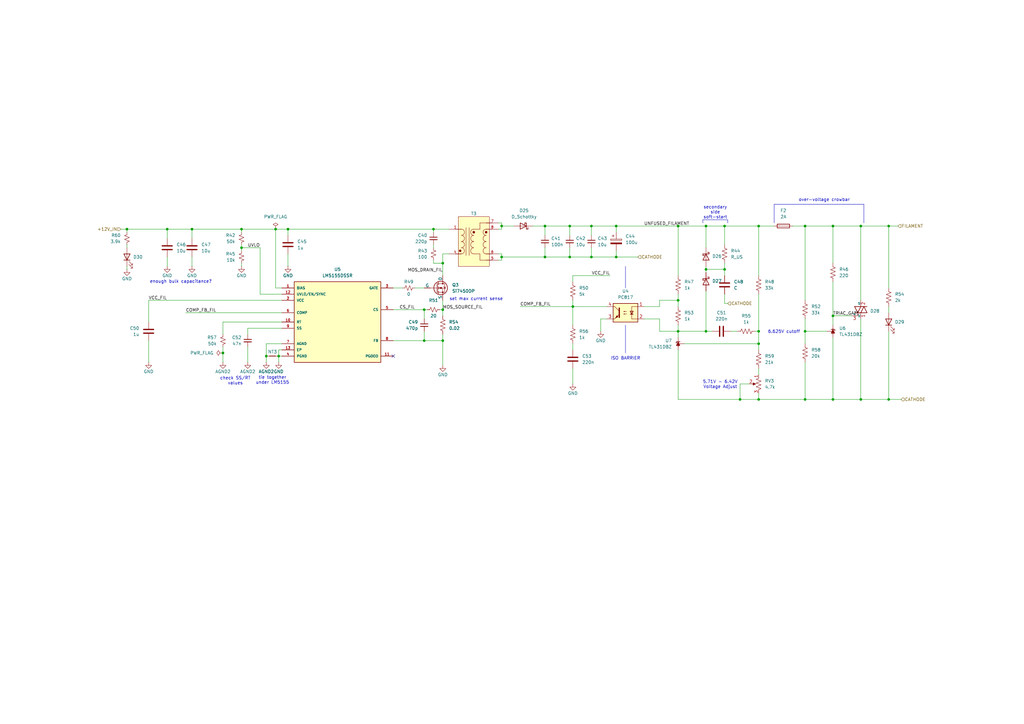
<source format=kicad_sch>
(kicad_sch (version 20250114) (generator "eeschema") (generator_version "9.0")
  (paper "A3")
  (lib_symbols
    (symbol "Device:C" (pin_numbers (hide yes)) (pin_names (offset 0.254))
      (property "Reference" "C" (at 0.635 2.54 0))
      (property "Value" "C" (at 0.635 -2.54 0))
      (symbol "C_0_1"
        (polyline (pts (xy -2.032 0.762) (xy 2.032 0.762)) (stroke (width 0.508)))
        (polyline (pts (xy -2.032 -0.762) (xy 2.032 -0.762)) (stroke (width 0.508)))
      )
      (symbol "C_1_1"
        (pin passive line (at 0 3.81 270) (length 2.794) (name "~") (number "1"))
        (pin passive line (at 0 -3.81 90) (length 2.794) (name "~") (number "2"))
      )
    )
    (symbol "Device:C_Polarized" (pin_numbers (hide yes)) (pin_names (offset 0.254))
      (property "Reference" "C" (at 0.635 2.54 0))
      (property "Value" "C_Polarized" (at 0.635 -2.54 0))
      (symbol "C_Polarized_0_1"
        (rectangle (start -2.286 0.508) (end 2.286 1.016))
        (polyline (pts (xy -1.778 2.286) (xy -0.762 2.286)))
        (polyline (pts (xy -1.27 2.794) (xy -1.27 1.778)))
        (rectangle (start 2.286 -0.508) (end -2.286 -1.016) (fill (type outline)))
      )
      (symbol "C_Polarized_1_1"
        (pin passive line (at 0 3.81 270) (length 2.794) (name "~") (number "1"))
        (pin passive line (at 0 -3.81 90) (length 2.794) (name "~") (number "2"))
      )
    )
    (symbol "Device:C_Small" (pin_numbers (hide yes)) (pin_names (offset 0.254) (hide yes))
      (property "Reference" "C" (at 0.254 1.778 0))
      (property "Value" "C_Small" (at 0.254 -2.032 0))
      (symbol "C_Small_0_1"
        (polyline (pts (xy -1.524 0.508) (xy 1.524 0.508)) (stroke (width 0.3048)))
        (polyline (pts (xy -1.524 -0.508) (xy 1.524 -0.508)) (stroke (width 0.3302)))
      )
      (symbol "C_Small_1_1"
        (pin passive line (at 0 2.54 270) (length 2.032) (name "~") (number "1"))
        (pin passive line (at 0 -2.54 90) (length 2.032) (name "~") (number "2"))
      )
    )
    (symbol "Device:D_Schottky" (pin_numbers (hide yes)) (pin_names (offset 1.016) (hide yes))
      (property "Reference" "D" (at 0 2.54 0))
      (property "Value" "D_Schottky" (at 0 -2.54 0))
      (symbol "D_Schottky_0_1"
        (polyline (pts (xy -1.905 0.635) (xy -1.905 1.27) (xy -1.27 1.27) (xy -1.27 -1.27) (xy -0.635 -1.27) (xy -0.635 -0.635)) (stroke (width 0.254)))
        (polyline (pts (xy 1.27 1.27) (xy 1.27 -1.27) (xy -1.27 0) (xy 1.27 1.27)) (stroke (width 0.254)))
        (polyline (pts (xy 1.27 0) (xy -1.27 0)))
      )
      (symbol "D_Schottky_1_1"
        (pin passive line (at -3.81 0 0) (length 2.54) (name "K") (number "1"))
        (pin passive line (at 3.81 0 180) (length 2.54) (name "A") (number "2"))
      )
    )
    (symbol "Device:Fuse" (pin_numbers (hide yes)) (pin_names (offset 0))
      (property "Reference" "F" (at 2.032 0 90))
      (property "Value" "Fuse" (at -1.905 0 90))
      (symbol "Fuse_0_1"
        (rectangle (start -0.762 -2.54) (end 0.762 2.54) (stroke (width 0.254)))
        (polyline (pts (xy 0 2.54) (xy 0 -2.54)))
      )
      (symbol "Fuse_1_1"
        (pin passive line (at 0 3.81 270) (length 1.27) (name "~") (number "1"))
        (pin passive line (at 0 -3.81 90) (length 1.27) (name "~") (number "2"))
      )
    )
    (symbol "Device:LED" (pin_numbers (hide yes)) (pin_names (offset 1.016) (hide yes))
      (property "Reference" "D" (at 0 2.54 0))
      (property "Value" "LED" (at 0 -2.54 0))
      (symbol "LED_0_1"
        (polyline (pts (xy -3.048 -0.762) (xy -4.572 -2.286) (xy -3.81 -2.286) (xy -4.572 -2.286) (xy -4.572 -1.524)))
        (polyline (pts (xy -1.778 -0.762) (xy -3.302 -2.286) (xy -2.54 -2.286) (xy -3.302 -2.286) (xy -3.302 -1.524)))
        (polyline (pts (xy -1.27 0) (xy 1.27 0)))
        (polyline (pts (xy -1.27 -1.27) (xy -1.27 1.27)) (stroke (width 0.254)))
        (polyline (pts (xy 1.27 -1.27) (xy 1.27 1.27) (xy -1.27 0) (xy 1.27 -1.27)) (stroke (width 0.254)))
      )
      (symbol "LED_1_1"
        (pin passive line (at -3.81 0 0) (length 2.54) (name "K") (number "1"))
        (pin passive line (at 3.81 0 180) (length 2.54) (name "A") (number "2"))
      )
    )
    (symbol "Device:NetTie_2" (pin_numbers (hide yes)) (pin_names (offset 0) (hide yes)) (in_bom no)
      (property "Reference" "NT" (at 0 1.27 0))
      (property "Value" "NetTie_2" (at 0 -1.27 0))
      (symbol "NetTie_2_0_1"
        (polyline (pts (xy -1.27 0) (xy 1.27 0)) (stroke (width 0.254)))
      )
      (symbol "NetTie_2_1_1"
        (pin passive line (at -2.54 0 0) (length 2.54) (name "1") (number "1"))
        (pin passive line (at 2.54 0 180) (length 2.54) (name "2") (number "2"))
      )
    )
    (symbol "Device:R_Potentiometer_US" (pin_names (offset 1.016) (hide yes))
      (property "Reference" "RV" (at -4.445 0 90))
      (property "Value" "R_Potentiometer_US" (at -2.54 0 90))
      (symbol "R_Potentiometer_US_0_1"
        (polyline (pts (xy 0 2.54) (xy 0 2.286)))
        (polyline (pts (xy 0 2.286) (xy 1.016 1.905) (xy 0 1.524) (xy -1.016 1.143) (xy 0 0.762)))
        (polyline (pts (xy 0 0.762) (xy 1.016 0.381) (xy 0 0) (xy -1.016 -0.381) (xy 0 -0.762)))
        (polyline (pts (xy 0 -0.762) (xy 1.016 -1.143) (xy 0 -1.524) (xy -1.016 -1.905) (xy 0 -2.286)))
        (polyline (pts (xy 0 -2.286) (xy 0 -2.54)))
        (polyline (pts (xy 1.143 0) (xy 2.286 0.508) (xy 2.286 -0.508) (xy 1.143 0)) (fill (type outline)))
        (polyline (pts (xy 2.54 0) (xy 1.524 0)))
      )
      (symbol "R_Potentiometer_US_1_1"
        (pin passive line (at 0 3.81 270) (length 1.27) (name "1") (number "1"))
        (pin passive line (at 0 -3.81 90) (length 1.27) (name "3") (number "3"))
        (pin passive line (at 3.81 0 180) (length 1.27) (name "2") (number "2"))
      )
    )
    (symbol "Device:R_Small_US" (pin_numbers (hide yes)) (pin_names (offset 0.254) (hide yes))
      (property "Reference" "R" (at 0.762 0.508 0))
      (property "Value" "R_Small_US" (at 0.762 -1.016 0))
      (symbol "R_Small_US_1_1"
        (polyline (pts (xy 0 1.524) (xy 1.016 1.143) (xy 0 0.762) (xy -1.016 0.381) (xy 0 0)))
        (polyline (pts (xy 0 0) (xy 1.016 -0.381) (xy 0 -0.762) (xy -1.016 -1.143) (xy 0 -1.524)))
        (pin passive line (at 0 2.54 270) (length 1.016) (name "~") (number "1"))
        (pin passive line (at 0 -2.54 90) (length 1.016) (name "~") (number "2"))
      )
    )
    (symbol "Device:R_US" (pin_numbers (hide yes)) (pin_names (offset 0))
      (property "Reference" "R" (at 2.54 0 90))
      (property "Value" "R_US" (at -2.54 0 90))
      (symbol "R_US_0_1"
        (polyline (pts (xy 0 2.286) (xy 0 2.54)))
        (polyline (pts (xy 0 2.286) (xy 1.016 1.905) (xy 0 1.524) (xy -1.016 1.143) (xy 0 0.762)))
        (polyline (pts (xy 0 0.762) (xy 1.016 0.381) (xy 0 0) (xy -1.016 -0.381) (xy 0 -0.762)))
        (polyline (pts (xy 0 -0.762) (xy 1.016 -1.143) (xy 0 -1.524) (xy -1.016 -1.905) (xy 0 -2.286)))
        (polyline (pts (xy 0 -2.286) (xy 0 -2.54)))
      )
      (symbol "R_US_1_1"
        (pin passive line (at 0 3.81 270) (length 1.27) (name "~") (number "1"))
        (pin passive line (at 0 -3.81 90) (length 1.27) (name "~") (number "2"))
      )
    )
    (symbol "Isolator:PC817" (pin_names (offset 1.016))
      (property "Reference" "U" (at -5.08 5.08 0))
      (property "Value" "PC817" (at 0 5.08 0))
      (symbol "PC817_0_1"
        (rectangle (start -5.08 3.81) (end 5.08 -3.81) (stroke (width 0.254)) (fill (type background)))
        (polyline (pts (xy -5.08 2.54) (xy -2.54 2.54) (xy -2.54 -0.635)))
        (polyline (pts (xy -3.175 -0.635) (xy -1.905 -0.635)) (stroke (width 0.254)))
        (polyline (pts (xy -2.54 -0.635) (xy -2.54 -2.54) (xy -5.08 -2.54)))
        (polyline (pts (xy -2.54 -0.635) (xy -3.175 0.635) (xy -1.905 0.635) (xy -2.54 -0.635)) (stroke (width 0.254)))
        (polyline (pts (xy -0.508 0.508) (xy 0.762 0.508) (xy 0.381 0.381) (xy 0.381 0.635) (xy 0.762 0.508)))
        (polyline (pts (xy -0.508 -0.508) (xy 0.762 -0.508) (xy 0.381 -0.635) (xy 0.381 -0.381) (xy 0.762 -0.508)))
        (polyline (pts (xy 2.54 1.905) (xy 2.54 -1.905) (xy 2.54 -1.905)) (stroke (width 0.508)))
        (polyline (pts (xy 2.54 0.635) (xy 4.445 2.54)))
        (polyline (pts (xy 3.048 -1.651) (xy 3.556 -1.143) (xy 4.064 -2.159) (xy 3.048 -1.651) (xy 3.048 -1.651)) (fill (type outline)))
        (polyline (pts (xy 4.445 2.54) (xy 5.08 2.54)))
        (polyline (pts (xy 4.445 -2.54) (xy 2.54 -0.635)) (fill (type outline)))
        (polyline (pts (xy 4.445 -2.54) (xy 5.08 -2.54)))
      )
      (symbol "PC817_1_1"
        (pin passive line (at -7.62 2.54 0) (length 2.54) (name "~") (number "1"))
        (pin passive line (at -7.62 -2.54 0) (length 2.54) (name "~") (number "2"))
        (pin passive line (at 7.62 2.54 180) (length 2.54) (name "~") (number "4"))
        (pin passive line (at 7.62 -2.54 180) (length 2.54) (name "~") (number "3"))
      )
    )
    (symbol "LM5155DSSR:LM5155DSSR" (pin_names (offset 1.016))
      (property "Reference" "U5" (at 0 20.32 0))
      (property "Value" "LM5155DSSR" (at 0 17.78 0))
      (symbol "LM5155DSSR_0_0"
        (rectangle (start -17.78 15.24) (end 17.78 -17.78) (stroke (width 0.254)) (fill (type background)))
        (pin power_in line (at -22.86 12.7 0) (length 5.08) (name "BIAS") (number "1"))
        (pin input line (at -22.86 10.16 0) (length 5.08) (name "UVLO/EN/SYNC") (number "12"))
        (pin output line (at -22.86 2.54 0) (length 5.08) (name "COMP") (number "6"))
        (pin input line (at -22.86 -1.27 0) (length 5.08) (name "RT") (number "10"))
        (pin input line (at -22.86 -3.81 0) (length 5.08) (name "SS") (number "9"))
        (pin power_in line (at -22.86 -10.16 0) (length 5.08) (name "AGND") (number "7"))
        (pin power_in line (at -22.86 -12.7 0) (length 5.08) (name "EP") (number "13"))
        (pin power_in line (at -22.86 -15.24 0) (length 5.08) (name "PGND") (number "4"))
        (pin output line (at 22.86 12.7 180) (length 5.08) (name "GATE") (number "3"))
        (pin input line (at 22.86 3.81 180) (length 5.08) (name "CS") (number "5"))
        (pin input line (at 22.86 -8.89 180) (length 5.08) (name "FB") (number "8"))
        (pin output line (at 22.86 -15.24 180) (length 5.08) (name "PGOOD") (number "11"))
      )
      (symbol "LM5155DSSR_1_0"
        (pin power_out line (at -22.86 7.62 0) (length 5.08) (name "VCC") (number "2"))
      )
    )
    (symbol "Reference_Voltage:TL431DBZ" (pin_numbers (hide yes)) (pin_names (hide yes))
      (property "Reference" "U" (at -2.54 2.54 0))
      (property "Value" "TL431DBZ" (at 0 -2.54 0))
      (symbol "TL431DBZ_0_1"
        (polyline (pts (xy -1.27 0) (xy 0 0) (xy 1.27 0)))
        (polyline (pts (xy -0.762 -0.762) (xy -0.762 0.762) (xy 0.762 0) (xy -0.762 -0.762)) (fill (type outline)))
        (polyline (pts (xy 0.254 -0.762) (xy 0.762 -0.762) (xy 0.762 0.762) (xy 0.762 0.762)) (stroke (width 0.254)))
      )
      (symbol "TL431DBZ_1_1"
        (pin passive line (at -2.54 0 0) (length 2.54) (name "A") (number "3"))
        (pin passive line (at 0 2.54 270) (length 2.54) (name "REF") (number "2"))
        (pin passive line (at 2.54 0 180) (length 2.54) (name "K") (number "1"))
      )
    )
    (symbol "Simulation_SPICE:NMOS" (pin_numbers (hide yes)) (pin_names (offset 0))
      (property "Reference" "Q1" (at 6.35 1.2701 0))
      (property "Value" "Si7450DP" (at 6.35 -1.2699 0))
      (symbol "NMOS_0_1"
        (polyline (pts (xy 0.254 1.905) (xy 0.254 -1.905)) (stroke (width 0.254)))
        (polyline (pts (xy 0.254 0) (xy -2.54 0)))
        (polyline (pts (xy 0.762 2.286) (xy 0.762 1.27)) (stroke (width 0.254)))
        (polyline (pts (xy 0.762 0.508) (xy 0.762 -0.508)) (stroke (width 0.254)))
        (polyline (pts (xy 0.762 -1.27) (xy 0.762 -2.286)) (stroke (width 0.254)))
        (polyline (pts (xy 0.762 -1.778) (xy 3.302 -1.778) (xy 3.302 1.778) (xy 0.762 1.778)))
        (polyline (pts (xy 1.016 0) (xy 2.032 0.381) (xy 2.032 -0.381) (xy 1.016 0)) (fill (type outline)))
        (circle (center 1.651 0) (radius 2.794) (stroke (width 0.254)))
        (polyline (pts (xy 2.54 2.54) (xy 2.54 1.778)))
        (circle (center 2.54 1.778) (radius 0.254) (fill (type outline)))
        (circle (center 2.54 -1.778) (radius 0.254) (fill (type outline)))
        (polyline (pts (xy 2.54 -2.54) (xy 2.54 0) (xy 0.762 0)))
        (polyline (pts (xy 2.794 0.508) (xy 2.921 0.381) (xy 3.683 0.381) (xy 3.81 0.254)))
        (polyline (pts (xy 3.302 0.381) (xy 2.921 -0.254) (xy 3.683 -0.254) (xy 3.302 0.381)))
      )
      (symbol "NMOS_1_1"
        (pin input line (at -5.08 0 0) (length 2.54) (name "G") (number "4"))
        (pin passive line (at 2.54 5.08 270) (length 2.54) (name "D") (number "5"))
        (pin passive line (at 2.54 -5.08 90) (length 2.54) (hide yes) (name "S") (number "1"))
        (pin passive line (at 2.54 -5.08 90) (length 2.54) (hide yes) (name "S") (number "2"))
        (pin passive line (at 2.54 -5.08 90) (length 2.54) (name "S") (number "3"))
      )
    )
    (symbol "Triac_Thyristor:Generic_Triac_A1A2G" (pin_names (offset 0))
      (property "Reference" "D" (at 3.175 0.635 0))
      (property "Value" "Generic_Triac_A1A2G" (at 3.175 -1.27 0))
      (symbol "Generic_Triac_A1A2G_0_1"
        (polyline (pts (xy -2.54 1.27) (xy 2.54 1.27)) (stroke (width 0.254)))
        (polyline (pts (xy -2.54 1.27) (xy -1.27 -1.27) (xy 0 1.27)) (stroke (width 0.254)))
        (polyline (pts (xy -2.54 -1.27) (xy 2.54 -1.27)) (stroke (width 0.254)))
        (polyline (pts (xy -1.27 -2.54) (xy -0.635 -1.27)))
        (polyline (pts (xy 0 -1.27) (xy 1.27 1.27) (xy 2.54 -1.27)) (stroke (width 0.254)))
      )
      (symbol "Generic_Triac_A1A2G_1_1"
        (pin input line (at -3.81 -2.54 0) (length 2.54) (name "G") (number "3"))
        (pin passive line (at 0 3.81 270) (length 2.54) (name "A2") (number "2"))
        (pin passive line (at 0 -3.81 90) (length 2.54) (name "A1") (number "1"))
      )
    )
    (symbol "YA9033-ALD:YA9033-ALD" (pin_names (offset 1.016))
      (property "Reference" "T" (at -6.35 11.176 0))
      (property "Value" "YA9033-ALD" (at -5.588 -12.7 0))
      (symbol "YA9033-ALD_0_0"
        (circle (center -5.588 -3.81) (radius 0.254) (stroke (width 0.508)))
        (arc (start -5.08 5.08) (mid -3.8155 3.81) (end -5.08 2.54) (stroke (width 0.1524)))
        (arc (start -5.08 2.54) (mid -3.8155 1.27) (end -5.08 0) (stroke (width 0.1524)))
        (arc (start -5.08 0) (mid -3.8155 -1.27) (end -5.08 -2.54) (stroke (width 0.1524)))
        (arc (start -5.08 -2.54) (mid -3.8155 -3.81) (end -5.08 -5.08) (stroke (width 0.1524)))
        (polyline (pts (xy -5.08 5.08) (xy -7.62 5.08)) (stroke (width 0.1524)))
        (polyline (pts (xy -5.08 -5.08) (xy -7.62 -5.08)) (stroke (width 0.1524)))
        (polyline (pts (xy -3.175 5.715) (xy -3.175 -5.715)) (stroke (width 0.1524)))
        (polyline (pts (xy -1.905 5.715) (xy -1.905 -5.715)) (stroke (width 0.1524)))
        (polyline (pts (xy 0 5.08) (xy 2.54 5.08)) (stroke (width 0.1524)))
        (circle (center 0 3.81) (radius 0.254) (stroke (width 0.508)))
        (polyline (pts (xy 0 -5.08) (xy 2.54 -5.08)) (stroke (width 0.1524)))
        (arc (start 0 2.54) (mid -1.2645 3.81) (end 0 5.08) (stroke (width 0.1524)))
        (arc (start 0 0) (mid -1.2645 1.27) (end 0 2.54) (stroke (width 0.1524)))
        (arc (start 0 -2.54) (mid -1.2645 -1.27) (end 0 0) (stroke (width 0.1524)))
        (arc (start 0 -5.08) (mid -1.2645 -3.81) (end 0 -2.54) (stroke (width 0.1524)))
        (polyline (pts (xy 2.54 7.62) (xy 7.62 7.62)) (stroke (width 0.1524)))
        (polyline (pts (xy 2.54 5.08) (xy 2.54 7.62)) (stroke (width 0.1524)))
        (polyline (pts (xy 2.54 -5.08) (xy 2.54 -7.62)) (stroke (width 0.1524)))
        (polyline (pts (xy 2.54 -7.62) (xy 7.62 -7.62)) (stroke (width 0.1524)))
        (polyline (pts (xy 5.08 5.08) (xy 7.62 5.08)) (stroke (width 0.1524)))
        (circle (center 5.08 3.81) (radius 0.254) (stroke (width 0.508)))
        (polyline (pts (xy 5.08 -5.08) (xy 7.62 -5.08)) (stroke (width 0.1524)))
        (arc (start 5.08 2.54) (mid 3.8155 3.81) (end 5.08 5.08) (stroke (width 0.1524)))
        (arc (start 5.08 0) (mid 3.8155 1.27) (end 5.08 2.54) (stroke (width 0.1524)))
        (arc (start 5.08 -2.54) (mid 3.8155 -1.27) (end 5.08 0) (stroke (width 0.1524)))
        (arc (start 5.08 -5.08) (mid 3.8155 -3.81) (end 5.08 -2.54) (stroke (width 0.1524)))
        (pin passive line (at -10.16 5.08 0) (length 5.08) (name "~") (number "1"))
        (pin passive line (at -10.16 -5.08 0) (length 5.08) (name "~") (number "4"))
        (pin passive line (at 10.16 7.62 180) (length 5.08) (name "~") (number "7"))
        (pin passive line (at 10.16 5.08 180) (length 5.08) (name "~") (number "8"))
        (pin passive line (at 10.16 -5.08 180) (length 5.08) (name "~") (number "6"))
        (pin passive line (at 10.16 -7.62 180) (length 5.08) (name "~") (number "5"))
      )
      (symbol "YA9033-ALD_1_1"
        (rectangle (start -6.35 10.16) (end 6.35 -10.16) (fill (type background)))
      )
    )
    (symbol "power:GND" (power) (pin_numbers (hide yes)) (pin_names (offset 0) (hide yes))
      (property "Value" "GND" (at 0 -3.81 0))
      (symbol "GND_0_1"
        (polyline (pts (xy 0 0) (xy 0 -1.27) (xy 1.27 -1.27) (xy 0 -2.54) (xy -1.27 -1.27) (xy 0 -1.27)))
      )
      (symbol "GND_1_1"
        (pin power_in line (at 0 0 270) (length 0) (name "~") (number "1"))
      )
    )
    (symbol "power:GNDA" (power) (pin_numbers (hide yes)) (pin_names (offset 0) (hide yes))
      (property "Value" "GNDA" (at 0 -3.81 0))
      (symbol "GNDA_0_1"
        (polyline (pts (xy 0 0) (xy 0 -1.27) (xy 1.27 -1.27) (xy 0 -2.54) (xy -1.27 -1.27) (xy 0 -1.27)))
      )
      (symbol "GNDA_1_1"
        (pin power_in line (at 0 0 270) (length 0) (name "~") (number "1"))
      )
    )
    (symbol "power:PWR_FLAG" (power) (pin_numbers (hide yes)) (pin_names (offset 0) (hide yes))
      (property "Value" "PWR_FLAG" (at 0 3.81 0))
      (symbol "PWR_FLAG_0_0"
        (pin power_out line (at 0 0 90) (length 0) (name "~") (number "1"))
      )
      (symbol "PWR_FLAG_0_1"
        (polyline (pts (xy 0 0) (xy 0 1.27) (xy -1.016 1.905) (xy 0 2.54) (xy 1.016 1.905) (xy 0 1.27)))
      )
    )
  )
  (text "set max current sense" (at 195.326 122.682 0) (effects (font (size 1.27 1.27))))
  (text "tie together\nunder LM5155" (at 111.76 155.956 0) (effects (font (size 1.27 1.27))))
  (text "check SS/RT\nvalues" (at 96.52 156.21 0) (effects (font (size 1.27 1.27))))
  (text "secondary\nside\nsoft-start" (at 293.37 87.122 0) (effects (font (size 1.27 1.27))))
  (text "ISO BARRIER" (at 256.54 147.066 0) (effects (font (size 1.27 1.27))))
  (text "enough bulk capacitance?" (at 74.168 115.57 0) (effects (font (size 1.27 1.27))))
  (text "6.625V cutoff" (at 321.564 136.144 0) (effects (font (size 1.27 1.27))))
  (text "5.71V - 6.42V\nVoltage Adjust" (at 295.402 157.734 0) (effects (font (size 1.27 1.27))))
  (text "over-voltage crowbar" (at 338.074 82.042 0) (effects (font (size 1.27 1.27))))
  (junction (at 353.06 163.83))
  (junction (at 99.06 101.6))
  (junction (at 289.56 92.71))
  (junction (at 173.99 139.7))
  (junction (at 173.99 127))
  (junction (at 68.58 93.98))
  (junction (at 114.3 146.05))
  (junction (at 181.61 107.95))
  (junction (at 303.53 163.83))
  (junction (at 91.44 144.78))
  (junction (at 205.74 92.71))
  (junction (at 311.15 163.83))
  (junction (at 330.2 163.83))
  (junction (at 278.13 135.89))
  (junction (at 341.63 163.83))
  (junction (at 99.06 93.98))
  (junction (at 181.61 127))
  (junction (at 289.56 135.89))
  (junction (at 364.49 92.71))
  (junction (at 233.68 105.41))
  (junction (at 364.49 163.83))
  (junction (at 330.2 135.89))
  (junction (at 330.2 92.71))
  (junction (at 181.61 139.7))
  (junction (at 223.52 92.71))
  (junction (at 311.15 92.71))
  (junction (at 52.07 93.98))
  (junction (at 252.73 105.41))
  (junction (at 311.15 140.97))
  (junction (at 341.63 129.54))
  (junction (at 278.13 92.71))
  (junction (at 252.73 92.71))
  (junction (at 118.11 93.98))
  (junction (at 289.56 110.49))
  (junction (at 297.18 110.49))
  (junction (at 242.57 105.41))
  (junction (at 234.95 125.73))
  (junction (at 278.13 123.19))
  (junction (at 233.68 92.71))
  (junction (at 177.8 93.98))
  (junction (at 297.18 92.71))
  (junction (at 78.74 93.98))
  (junction (at 242.57 92.71))
  (junction (at 205.74 105.41))
  (junction (at 113.03 93.98))
  (junction (at 109.22 146.05))
  (junction (at 353.06 92.71))
  (junction (at 341.63 92.71))
  (junction (at 223.52 105.41))
  (junction (at 311.15 135.89))
  (no_connect (at 161.29 146.05))
  (wire (pts (xy 181.61 123.19) (xy 181.61 127)))
  (wire (pts (xy 252.73 105.41) (xy 252.73 102.87)))
  (wire (pts (xy 233.68 105.41) (xy 242.57 105.41)))
  (wire (pts (xy 278.13 133.35) (xy 278.13 135.89)))
  (wire (pts (xy 311.15 161.29) (xy 311.15 163.83)))
  (wire (pts (xy 234.95 115.57) (xy 234.95 113.03)))
  (wire (pts (xy 180.34 127) (xy 181.61 127)))
  (wire (pts (xy 353.06 130.81) (xy 353.06 163.83)))
  (wire (pts (xy 270.51 135.89) (xy 278.13 135.89)))
  (wire (pts (xy 99.06 101.6) (xy 106.68 101.6)))
  (wire (pts (xy 289.56 92.71) (xy 289.56 101.6)))
  (wire (pts (xy 330.2 135.89) (xy 330.2 140.97)))
  (wire (pts (xy 311.15 163.83) (xy 330.2 163.83)))
  (wire (pts (xy 115.57 143.51) (xy 114.3 143.51)))
  (wire (pts (xy 115.57 134.62) (xy 101.6 134.62)))
  (wire (pts (xy 99.06 101.6) (xy 99.06 102.87)))
  (polyline (pts (xy 317.5 83.82) (xy 354.33 83.82)))
  (wire (pts (xy 309.88 135.89) (xy 311.15 135.89)))
  (wire (pts (xy 181.61 139.7) (xy 181.61 149.86)))
  (wire (pts (xy 177.8 100.33) (xy 177.8 101.6)))
  (wire (pts (xy 364.49 92.71) (xy 368.3 92.71)))
  (wire (pts (xy 341.63 129.54) (xy 349.25 129.54)))
  (wire (pts (xy 289.56 110.49) (xy 297.18 110.49)))
  (wire (pts (xy 242.57 92.71) (xy 242.57 96.52)))
  (wire (pts (xy 115.57 146.05) (xy 114.3 146.05)))
  (wire (pts (xy 205.74 92.71) (xy 210.82 92.71)))
  (wire (pts (xy 177.8 106.68) (xy 177.8 107.95)))
  (wire (pts (xy 311.15 140.97) (xy 311.15 143.51)))
  (wire (pts (xy 298.45 124.46) (xy 297.18 124.46)))
  (wire (pts (xy 278.13 135.89) (xy 278.13 138.43)))
  (wire (pts (xy 234.95 125.73) (xy 248.92 125.73)))
  (wire (pts (xy 114.3 143.51) (xy 114.3 146.05)))
  (wire (pts (xy 341.63 138.43) (xy 341.63 163.83)))
  (wire (pts (xy 78.74 105.41) (xy 78.74 109.22)))
  (wire (pts (xy 78.74 93.98) (xy 78.74 97.79)))
  (wire (pts (xy 278.13 163.83) (xy 303.53 163.83)))
  (wire (pts (xy 173.99 127) (xy 175.26 127)))
  (wire (pts (xy 278.13 135.89) (xy 289.56 135.89)))
  (wire (pts (xy 204.47 104.14) (xy 205.74 104.14)))
  (wire (pts (xy 118.11 93.98) (xy 177.8 93.98)))
  (wire (pts (xy 109.22 140.97) (xy 109.22 146.05)))
  (wire (pts (xy 364.49 135.89) (xy 364.49 163.83)))
  (wire (pts (xy 60.96 139.7) (xy 60.96 148.59)))
  (wire (pts (xy 234.95 140.97) (xy 234.95 143.51)))
  (wire (pts (xy 325.12 92.71) (xy 330.2 92.71)))
  (wire (pts (xy 181.61 107.95) (xy 181.61 113.03)))
  (wire (pts (xy 52.07 93.98) (xy 68.58 93.98)))
  (wire (pts (xy 60.96 132.08) (xy 60.96 123.19)))
  (wire (pts (xy 311.15 120.65) (xy 311.15 135.89)))
  (wire (pts (xy 106.68 120.65) (xy 115.57 120.65)))
  (wire (pts (xy 341.63 92.71) (xy 341.63 107.95)))
  (wire (pts (xy 297.18 92.71) (xy 297.18 100.33)))
  (wire (pts (xy 205.74 93.98) (xy 204.47 93.98)))
  (wire (pts (xy 115.57 140.97) (xy 109.22 140.97)))
  (wire (pts (xy 270.51 125.73) (xy 270.51 123.19)))
  (wire (pts (xy 264.16 130.81) (xy 270.51 130.81)))
  (wire (pts (xy 289.56 92.71) (xy 297.18 92.71)))
  (wire (pts (xy 278.13 92.71) (xy 278.13 113.03)))
  (wire (pts (xy 341.63 115.57) (xy 341.63 129.54)))
  (wire (pts (xy 109.22 146.05) (xy 109.22 148.59)))
  (wire (pts (xy 181.61 127) (xy 181.61 129.54)))
  (wire (pts (xy 99.06 93.98) (xy 113.03 93.98)))
  (wire (pts (xy 223.52 92.71) (xy 218.44 92.71)))
  (wire (pts (xy 270.51 123.19) (xy 278.13 123.19)))
  (wire (pts (xy 330.2 135.89) (xy 339.09 135.89)))
  (wire (pts (xy 252.73 105.41) (xy 261.62 105.41)))
  (wire (pts (xy 353.06 92.71) (xy 353.06 123.19)))
  (wire (pts (xy 280.67 140.97) (xy 311.15 140.97)))
  (wire (pts (xy 205.74 92.71) (xy 205.74 93.98)))
  (wire (pts (xy 303.53 163.83) (xy 311.15 163.83)))
  (wire (pts (xy 99.06 100.33) (xy 99.06 101.6)))
  (wire (pts (xy 99.06 93.98) (xy 99.06 95.25)))
  (wire (pts (xy 307.34 157.48) (xy 303.53 157.48)))
  (wire (pts (xy 113.03 93.98) (xy 118.11 93.98)))
  (wire (pts (xy 173.99 127) (xy 173.99 130.81)))
  (wire (pts (xy 242.57 101.6) (xy 242.57 105.41)))
  (wire (pts (xy 311.15 92.71) (xy 317.5 92.71)))
  (wire (pts (xy 115.57 128.27) (xy 76.2 128.27)))
  (wire (pts (xy 234.95 113.03) (xy 250.19 113.03)))
  (wire (pts (xy 52.07 101.6) (xy 52.07 100.33)))
  (wire (pts (xy 278.13 92.71) (xy 289.56 92.71)))
  (wire (pts (xy 234.95 123.19) (xy 234.95 125.73)))
  (wire (pts (xy 297.18 107.95) (xy 297.18 110.49)))
  (wire (pts (xy 205.74 105.41) (xy 223.52 105.41)))
  (wire (pts (xy 311.15 151.13) (xy 311.15 153.67)))
  (polyline (pts (xy 256.54 133.35) (xy 256.54 144.78)))
  (wire (pts (xy 113.03 118.11) (xy 115.57 118.11)))
  (wire (pts (xy 204.47 91.44) (xy 205.74 91.44)))
  (wire (pts (xy 233.68 92.71) (xy 233.68 96.52)))
  (wire (pts (xy 234.95 125.73) (xy 234.95 133.35)))
  (wire (pts (xy 78.74 93.98) (xy 99.06 93.98)))
  (wire (pts (xy 68.58 93.98) (xy 78.74 93.98)))
  (wire (pts (xy 252.73 92.71) (xy 278.13 92.71)))
  (wire (pts (xy 223.52 105.41) (xy 233.68 105.41)))
  (polyline (pts (xy 288.29 91.44) (xy 288.29 90.17)))
  (wire (pts (xy 297.18 110.49) (xy 297.18 113.03)))
  (wire (pts (xy 173.99 135.89) (xy 173.99 139.7)))
  (polyline (pts (xy 317.5 91.44) (xy 317.5 83.82)))
  (wire (pts (xy 242.57 92.71) (xy 252.73 92.71)))
  (polyline (pts (xy 256.54 109.22) (xy 256.54 118.11)))
  (wire (pts (xy 177.8 93.98) (xy 177.8 95.25)))
  (wire (pts (xy 297.18 92.71) (xy 311.15 92.71)))
  (wire (pts (xy 68.58 105.41) (xy 68.58 109.22)))
  (wire (pts (xy 233.68 101.6) (xy 233.68 105.41)))
  (wire (pts (xy 289.56 109.22) (xy 289.56 110.49)))
  (wire (pts (xy 242.57 105.41) (xy 252.73 105.41)))
  (wire (pts (xy 299.72 135.89) (xy 302.26 135.89)))
  (wire (pts (xy 173.99 127) (xy 161.29 127)))
  (wire (pts (xy 177.8 107.95) (xy 181.61 107.95)))
  (wire (pts (xy 364.49 92.71) (xy 364.49 118.11)))
  (wire (pts (xy 270.51 130.81) (xy 270.51 135.89)))
  (wire (pts (xy 114.3 146.05) (xy 114.3 148.59)))
  (wire (pts (xy 205.74 91.44) (xy 205.74 92.71)))
  (wire (pts (xy 118.11 93.98) (xy 118.11 96.52)))
  (wire (pts (xy 170.18 118.11) (xy 173.99 118.11)))
  (wire (pts (xy 91.44 144.78) (xy 91.44 148.59)))
  (wire (pts (xy 364.49 163.83) (xy 369.57 163.83)))
  (wire (pts (xy 289.56 119.38) (xy 289.56 135.89)))
  (wire (pts (xy 177.8 93.98) (xy 184.15 93.98)))
  (wire (pts (xy 161.29 118.11) (xy 165.1 118.11)))
  (wire (pts (xy 234.95 151.13) (xy 234.95 157.48)))
  (wire (pts (xy 99.06 107.95) (xy 99.06 109.22)))
  (wire (pts (xy 330.2 92.71) (xy 330.2 123.19)))
  (wire (pts (xy 181.61 137.16) (xy 181.61 139.7)))
  (wire (pts (xy 184.15 104.14) (xy 181.61 104.14)))
  (wire (pts (xy 118.11 104.14) (xy 118.11 109.22)))
  (wire (pts (xy 233.68 92.71) (xy 242.57 92.71)))
  (wire (pts (xy 330.2 148.59) (xy 330.2 163.83)))
  (wire (pts (xy 223.52 101.6) (xy 223.52 105.41)))
  (wire (pts (xy 101.6 134.62) (xy 101.6 137.16)))
  (wire (pts (xy 205.74 104.14) (xy 205.74 105.41)))
  (wire (pts (xy 91.44 132.08) (xy 91.44 137.16)))
  (polyline (pts (xy 298.45 90.17) (xy 298.45 91.44)))
  (wire (pts (xy 311.15 135.89) (xy 311.15 140.97)))
  (wire (pts (xy 364.49 125.73) (xy 364.49 128.27)))
  (wire (pts (xy 353.06 92.71) (xy 364.49 92.71)))
  (wire (pts (xy 113.03 93.98) (xy 113.03 118.11)))
  (wire (pts (xy 181.61 104.14) (xy 181.61 107.95)))
  (wire (pts (xy 52.07 109.22) (xy 52.07 110.49)))
  (wire (pts (xy 173.99 139.7) (xy 181.61 139.7)))
  (wire (pts (xy 49.53 93.98) (xy 52.07 93.98)))
  (wire (pts (xy 278.13 120.65) (xy 278.13 123.19)))
  (polyline (pts (xy 288.29 90.17) (xy 298.45 90.17)))
  (wire (pts (xy 330.2 92.71) (xy 341.63 92.71)))
  (wire (pts (xy 330.2 130.81) (xy 330.2 135.89)))
  (wire (pts (xy 252.73 92.71) (xy 252.73 95.25)))
  (wire (pts (xy 289.56 135.89) (xy 292.1 135.89)))
  (polyline (pts (xy 354.33 83.82) (xy 354.33 91.44)))
  (wire (pts (xy 91.44 142.24) (xy 91.44 144.78)))
  (wire (pts (xy 223.52 92.71) (xy 223.52 96.52)))
  (wire (pts (xy 278.13 143.51) (xy 278.13 163.83)))
  (wire (pts (xy 205.74 106.68) (xy 204.47 106.68)))
  (wire (pts (xy 341.63 133.35) (xy 341.63 129.54)))
  (wire (pts (xy 311.15 92.71) (xy 311.15 113.03)))
  (wire (pts (xy 101.6 142.24) (xy 101.6 148.59)))
  (wire (pts (xy 264.16 125.73) (xy 270.51 125.73)))
  (wire (pts (xy 297.18 124.46) (xy 297.18 120.65)))
  (wire (pts (xy 353.06 163.83) (xy 364.49 163.83)))
  (wire (pts (xy 278.13 123.19) (xy 278.13 125.73)))
  (wire (pts (xy 330.2 163.83) (xy 341.63 163.83)))
  (wire (pts (xy 289.56 110.49) (xy 289.56 111.76)))
  (wire (pts (xy 341.63 163.83) (xy 353.06 163.83)))
  (wire (pts (xy 248.92 130.81) (xy 246.38 130.81)))
  (wire (pts (xy 223.52 92.71) (xy 233.68 92.71)))
  (wire (pts (xy 303.53 157.48) (xy 303.53 163.83)))
  (wire (pts (xy 205.74 105.41) (xy 205.74 106.68)))
  (wire (pts (xy 161.29 139.7) (xy 173.99 139.7)))
  (wire (pts (xy 52.07 95.25) (xy 52.07 93.98)))
  (wire (pts (xy 213.36 125.73) (xy 234.95 125.73)))
  (wire (pts (xy 106.68 101.6) (xy 106.68 120.65)))
  (wire (pts (xy 115.57 132.08) (xy 91.44 132.08)))
  (wire (pts (xy 246.38 130.81) (xy 246.38 135.89)))
  (wire (pts (xy 60.96 123.19) (xy 115.57 123.19)))
  (wire (pts (xy 341.63 92.71) (xy 353.06 92.71)))
  (wire (pts (xy 68.58 93.98) (xy 68.58 97.79)))
  (label "UVLO" (at 101.6 101.6 0))
  (label "COMP_FB_FIL" (at 76.2 128.27 0))
  (label "COMP_FB_FIL" (at 213.36 125.73 0))
  (label "TRIAC_GATE" (at 341.63 129.54 0))
  (label "MOS_DRAIN_FIL" (at 181.61 111.76 180))
  (label "VCC_FIL" (at 60.96 123.19 0))
  (label "UNFUSED_FILAMENT" (at 264.16 92.71 0))
  (label "MOS_SOURCE_FIL" (at 181.61 127 0))
  (label "CS_FIL" (at 163.83 127 0))
  (label "VCC_FIL" (at 250.19 113.03 180))
  (hierarchical_label "FILAMENT" (shape input) (at 368.3 92.71 0))
  (hierarchical_label "CATHODE" (shape input) (at 369.57 163.83 0))
  (hierarchical_label "CATHODE" (shape input) (at 298.45 124.46 0))
  (hierarchical_label "CATHODE" (shape input) (at 261.62 105.41 0))
  (hierarchical_label "+12V_IN" (shape input) (at 49.53 93.98 180))
  (symbol (lib_id "Isolator:PC817") (at 256.54 128.27 0) (mirror y) (unit 1)
    (property "Reference" "U4" (at 256.54 119.38 0))
    (property "Value" "PC817" (at 256.54 121.92 0))
    (property "Footprint" "Package_DIP:DIP-4_W7.62mm" (effects (hide yes)))
    (property "Datasheet" "http://www.soselectronic.cz/a_info/resource/d/pc817.pdf" (effects (hide yes)))
    (property "Description" "DC Optocoupler, Vce 35V, CTR 50-300%, DIP-4" (effects (hide yes)))
  )
  (symbol (lib_id "Device:D_Schottky") (at 289.56 105.41 270) (unit 1)
    (property "Reference" "D26" (at 292.1 105.0924 90) (effects (justify left)))
    (property "Value" "D_Schottky" (effects (hide yes)))
    (property "Footprint" "Diode_SMD:D_SOD-123" (effects (hide yes)))
    (property "Description" "Schottky diode" (effects (hide yes)))
  )
  (symbol (lib_id "power:PWR_FLAG") (at 113.03 93.98 0) (unit 1)
    (property "Reference" "#FLG07" (effects (hide yes)))
    (property "Value" "PWR_FLAG" (at 113.03 88.9 0))
    (property "Description" "Special symbol for telling ERC where power comes from" (effects (hide yes)))
  )
  (symbol (lib_id "power:GND") (at 78.74 109.22 0) (unit 1)
    (property "Reference" "#PWR040" (effects (hide yes)))
    (property "Value" "GND" (at 78.74 113.03 0))
    (property "Description" "Power symbol creates a global label with name \"GND\" , ground" (effects (hide yes)))
  )
  (symbol (lib_id "Device:R_Small_US") (at 99.06 105.41 0) (mirror y) (unit 1)
    (property "Reference" "R45" (at 96.52 104.1399 0) (effects (justify left)))
    (property "Value" "10k" (at 96.52 106.6799 0) (effects (justify left)))
    (property "Footprint" "Resistor_SMD:R_0603_1608Metric" (effects (hide yes)))
    (property "Description" "Resistor, small US symbol" (effects (hide yes)))
  )
  (symbol (lib_id "power:GND") (at 181.61 149.86 0) (unit 1)
    (property "Reference" "#PWR049" (effects (hide yes)))
    (property "Value" "GND" (at 181.61 153.67 0))
    (property "Description" "Power symbol creates a global label with name \"GND\" , ground" (effects (hide yes)))
  )
  (symbol (lib_id "Device:R_US") (at 364.49 121.92 0) (unit 1)
    (property "Reference" "R54" (at 367.03 120.6499 0) (effects (justify left)))
    (property "Value" "2k" (at 367.03 123.1899 0) (effects (justify left)))
    (property "Footprint" "Resistor_SMD:R_0603_1608Metric" (effects (hide yes)))
    (property "Description" "Resistor, US symbol" (effects (hide yes)))
  )
  (symbol (lib_id "Reference_Voltage:TL431DBZ") (at 278.13 140.97 270) (mirror x) (unit 1)
    (property "Reference" "U7" (at 275.59 139.6999 90) (effects (justify right)))
    (property "Value" "TL431DBZ" (at 275.59 142.2399 90) (effects (justify right)))
    (property "Footprint" "Package_TO_SOT_SMD:SOT-23" (effects (hide yes)))
    (property "Datasheet" "http://www.ti.com/lit/ds/symlink/tl431.pdf" (effects (hide yes)))
    (property "Description" "Shunt Regulator, SOT-23" (effects (hide yes)))
  )
  (symbol (lib_id "Device:LED") (at 364.49 132.08 90) (unit 1)
    (property "Reference" "D29" (at 367.03 132.08 90) (effects (justify right)))
    (property "Value" "LED" (effects (hide yes)))
    (property "Footprint" "LED_SMD:LED_0603_1608Metric" (effects (hide yes)))
    (property "Description" "Light emitting diode" (effects (hide yes)))
    (property "Sim.Pins" "1=K 2=A" (effects (hide yes)))
  )
  (symbol (lib_id "Device:R_US") (at 311.15 116.84 0) (unit 1)
    (property "Reference" "R48" (at 313.69 115.5699 0) (effects (justify left)))
    (property "Value" "33k" (at 313.69 118.1099 0) (effects (justify left)))
    (property "Footprint" "Resistor_SMD:R_0603_1608Metric" (effects (hide yes)))
    (property "Description" "Resistor, US symbol" (effects (hide yes)))
  )
  (symbol (lib_id "Device:C_Small") (at 242.57 99.06 0) (unit 1)
    (property "Reference" "C43" (at 245.11 97.7962 0) (effects (justify left)))
    (property "Value" "10u" (at 245.11 100.3362 0) (effects (justify left)))
    (property "Footprint" "Capacitor_SMD:C_0805_2012Metric" (effects (hide yes)))
    (property "Description" "Unpolarized capacitor, small symbol" (effects (hide yes)))
  )
  (symbol (lib_id "power:GNDA") (at 91.44 148.59 0) (unit 1)
    (property "Reference" "#PWR045" (effects (hide yes)))
    (property "Value" "AGND2" (at 91.44 152.4 0))
    (property "Description" "Power symbol creates a global label with name \"GNDA\" , analog ground" (effects (hide yes)))
  )
  (symbol (lib_id "Device:R_US") (at 311.15 147.32 0) (unit 1)
    (property "Reference" "R59" (at 313.69 146.0499 0) (effects (justify left)))
    (property "Value" "21k" (at 313.69 148.5899 0) (effects (justify left)))
    (property "Footprint" "Resistor_SMD:R_0603_1608Metric" (effects (hide yes)))
    (property "Description" "Resistor, US symbol" (effects (hide yes)))
  )
  (symbol (lib_id "Device:R_US") (at 330.2 144.78 0) (unit 1)
    (property "Reference" "R58" (at 332.74 143.5099 0) (effects (justify left)))
    (property "Value" "20k" (at 332.74 146.0499 0) (effects (justify left)))
    (property "Footprint" "Resistor_SMD:R_0603_1608Metric" (effects (hide yes)))
    (property "Description" "Resistor, US symbol" (effects (hide yes)))
  )
  (symbol (lib_id "Device:LED") (at 52.07 105.41 90) (unit 1)
    (property "Reference" "D30" (at 54.61 105.41 90) (effects (justify right)))
    (property "Value" "LED" (effects (hide yes)))
    (property "Footprint" "LED_SMD:LED_0603_1608Metric" (effects (hide yes)))
    (property "Description" "Light emitting diode" (effects (hide yes)))
    (property "Sim.Pins" "1=K 2=A" (effects (hide yes)))
  )
  (symbol (lib_id "power:GND") (at 60.96 148.59 0) (unit 1)
    (property "Reference" "#PWR044" (effects (hide yes)))
    (property "Value" "GND" (at 60.96 152.4 0))
    (property "Description" "Power symbol creates a global label with name \"GND\" , ground" (effects (hide yes)))
  )
  (symbol (lib_id "Device:D_Schottky") (at 289.56 115.57 270) (unit 1)
    (property "Reference" "D27" (at 292.1 115.2524 90) (effects (justify left)))
    (property "Value" "D_Schottky" (effects (hide yes)))
    (property "Footprint" "Diode_SMD:D_SOD-123" (effects (hide yes)))
    (property "Description" "Schottky diode" (effects (hide yes)))
  )
  (symbol (lib_id "Device:C_Polarized") (at 252.73 99.06 0) (unit 1)
    (property "Reference" "C44" (at 256.54 96.9009 0) (effects (justify left)))
    (property "Value" "100u" (at 256.54 99.4409 0) (effects (justify left)))
    (property "Footprint" "Capacitor_SMD:CP_Elec_6.3x7.7" (effects (hide yes)))
    (property "Datasheet" "RVT1E101M0607" (effects (hide yes)))
    (property "Description" "Polarized capacitor" (effects (hide yes)))
  )
  (symbol (lib_id "power:GNDA") (at 101.6 148.59 0) (unit 1)
    (property "Reference" "#PWR046" (effects (hide yes)))
    (property "Value" "AGND2" (at 101.6 152.4 0))
    (property "Description" "Power symbol creates a global label with name \"GNDA\" , analog ground" (effects (hide yes)))
  )
  (symbol (lib_id "power:GND") (at 52.07 110.49 0) (unit 1)
    (property "Reference" "#PWR053" (effects (hide yes)))
    (property "Value" "GND" (at 52.07 114.3 0))
    (property "Description" "Power symbol creates a global label with name \"GND\" , ground" (effects (hide yes)))
  )
  (symbol (lib_id "Device:R_US") (at 330.2 127 0) (unit 1)
    (property "Reference" "R52" (at 332.74 125.7299 0) (effects (justify left)))
    (property "Value" "33k" (at 332.74 128.2699 0) (effects (justify left)))
    (property "Footprint" "Resistor_SMD:R_0603_1608Metric" (effects (hide yes)))
    (property "Description" "Resistor, US symbol" (effects (hide yes)))
  )
  (symbol (lib_id "Device:C_Small") (at 223.52 99.06 0) (unit 1)
    (property "Reference" "C41" (at 226.06 97.7962 0) (effects (justify left)))
    (property "Value" "100n" (at 226.06 100.3362 0) (effects (justify left)))
    (property "Footprint" "Capacitor_SMD:C_0603_1608Metric" (effects (hide yes)))
    (property "Description" "Unpolarized capacitor, small symbol" (effects (hide yes)))
  )
  (symbol (lib_id "Device:C") (at 297.18 116.84 0) (unit 1)
    (property "Reference" "C48" (at 300.99 115.5699 0) (effects (justify left)))
    (property "Value" "C" (at 300.99 118.1099 0) (effects (justify left)))
    (property "Footprint" "Capacitor_SMD:C_0603_1608Metric" (effects (hide yes)))
    (property "Description" "Unpolarized capacitor" (effects (hide yes)))
  )
  (symbol (lib_id "Device:R_Small_US") (at 177.8 127 90) (unit 1)
    (property "Reference" "R51" (at 177.8 123.19 90))
    (property "Value" "20" (at 177.8 129.54 90))
    (property "Footprint" "Resistor_SMD:R_0603_1608Metric" (effects (hide yes)))
    (property "Description" "Resistor, small US symbol" (effects (hide yes)))
  )
  (symbol (lib_id "Device:C_Small") (at 177.8 97.79 0) (unit 1)
    (property "Reference" "C40" (at 175.26 96.5262 0) (effects (justify right)))
    (property "Value" "220p" (at 175.26 99.0662 0) (effects (justify right)))
    (property "Footprint" "Capacitor_SMD:C_0603_1608Metric" (effects (hide yes)))
    (property "Description" "Unpolarized capacitor, small symbol" (effects (hide yes)))
  )
  (symbol (lib_id "power:GND") (at 118.11 109.22 0) (unit 1)
    (property "Reference" "#PWR042" (effects (hide yes)))
    (property "Value" "GND" (at 118.11 113.03 0))
    (property "Description" "Power symbol creates a global label with name \"GND\" , ground" (effects (hide yes)))
  )
  (symbol (lib_id "Device:D_Schottky") (at 214.63 92.71 180) (unit 1)
    (property "Reference" "D25" (at 214.9475 86.36 0))
    (property "Value" "D_Schottky" (at 214.9475 88.9 0))
    (property "Footprint" "Diode_SMD:D_SMA" (effects (hide yes)))
    (property "Description" "Schottky diode" (effects (hide yes)))
  )
  (symbol (lib_id "power:PWR_FLAG") (at 91.44 144.78 90) (unit 1)
    (property "Reference" "#FLG08" (effects (hide yes)))
    (property "Value" "PWR_FLAG" (at 87.63 144.7799 90) (effects (justify left)))
    (property "Description" "Special symbol for telling ERC where power comes from" (effects (hide yes)))
  )
  (symbol (lib_id "Device:C") (at 60.96 135.89 0) (mirror y) (unit 1)
    (property "Reference" "C50" (at 57.15 134.6199 0) (effects (justify left)))
    (property "Value" "1u" (at 57.15 137.1599 0) (effects (justify left)))
    (property "Footprint" "Capacitor_SMD:C_0603_1608Metric" (effects (hide yes)))
    (property "Description" "Unpolarized capacitor" (effects (hide yes)))
  )
  (symbol (lib_id "Device:R_US") (at 306.07 135.89 90) (unit 1)
    (property "Reference" "R55" (at 306.07 129.54 90))
    (property "Value" "1k" (at 306.07 132.08 90))
    (property "Footprint" "Resistor_SMD:R_0603_1608Metric" (effects (hide yes)))
    (property "Description" "Resistor, US symbol" (effects (hide yes)))
  )
  (symbol (lib_id "Device:NetTie_2") (at 111.76 146.05 0) (unit 1) (in_bom no)
    (property "Reference" "NT3" (at 111.76 144.272 0))
    (property "Value" "NetTie_2" (effects (hide yes)))
    (property "Footprint" "NetTie:NetTie-2_SMD_Pad0.5mm" (effects (hide yes)))
    (property "Description" "Net tie, 2 pins" (effects (hide yes)))
  )
  (symbol (lib_id "Device:C") (at 68.58 101.6 0) (unit 1)
    (property "Reference" "C46" (at 72.39 100.3299 0) (effects (justify left)))
    (property "Value" "10u" (at 72.39 102.8699 0) (effects (justify left)))
    (property "Footprint" "Capacitor_SMD:C_0805_2012Metric" (effects (hide yes)))
    (property "Description" "Unpolarized capacitor" (effects (hide yes)))
  )
  (symbol (lib_id "power:GND") (at 114.3 148.59 0) (unit 1)
    (property "Reference" "#PWR048" (effects (hide yes)))
    (property "Value" "GND" (at 114.3 152.4 0))
    (property "Description" "Power symbol creates a global label with name \"GND\" , ground" (effects (hide yes)))
  )
  (symbol (lib_id "Device:Fuse") (at 321.31 92.71 90) (unit 1)
    (property "Reference" "F2" (at 321.31 86.36 90))
    (property "Value" "2A" (at 321.31 88.9 90))
    (property "Footprint" "Fuse:Fuseholder_Littelfuse_Nano2_154x" (effects (hide yes)))
    (property "Description" "Fuse" (effects (hide yes)))
  )
  (symbol (lib_id "Device:R_US") (at 181.61 133.35 0) (unit 1)
    (property "Reference" "RS4" (at 184.15 132.0799 0) (effects (justify left)))
    (property "Value" "0.02" (at 184.15 134.6199 0) (effects (justify left)))
    (property "Footprint" "Resistor_SMD:R_1206_3216Metric" (effects (hide yes)))
    (property "Datasheet" "FMF06FTHR015-LH" (effects (hide yes)))
    (property "Description" "Resistor, US symbol" (effects (hide yes)))
  )
  (symbol (lib_id "Device:C") (at 78.74 101.6 0) (unit 1)
    (property "Reference" "C47" (at 82.55 100.3299 0) (effects (justify left)))
    (property "Value" "10u" (at 82.55 102.8699 0) (effects (justify left)))
    (property "Footprint" "Capacitor_SMD:C_0805_2012Metric" (effects (hide yes)))
    (property "Description" "Unpolarized capacitor" (effects (hide yes)))
  )
  (symbol (lib_id "LM5155DSSR:LM5155DSSR") (at 138.43 130.81 0) (unit 1)
    (property "Reference" "U5" (at 138.43 110.49 0))
    (property "Value" "LM5155DSSR" (at 138.43 113.03 0))
    (property "Footprint" "LM5155:IC_LM5155DSSR" (effects (hide yes)))
    (property "MF" "Texas Instruments" (effects (hide yes)))
    (property "MAXIMUM_PACKAGE_HEIGHT" "0.8mm" (effects (hide yes)))
    (property "Package" "WSON-12 Texas Instruments" (effects (hide yes)))
    (property "Price" "None" (effects (hide yes)))
    (property "Check_prices" "https://www.snapeda.com/parts/LM5155DSSR/Texas+Instruments/view-part/?ref=eda" (effects (hide yes)))
    (property "STANDARD" "Manufacturer Recommendations" (effects (hide yes)))
    (property "PARTREV" "E" (effects (hide yes)))
    (property "SnapEDA_Link" "https://www.snapeda.com/parts/LM5155DSSR/Texas+Instruments/view-part/?ref=snap" (effects (hide yes)))
    (property "MP" "LM5155DSSR" (effects (hide yes)))
    (property "Description_1" "2.2-MHz wide VIN, 1.5-A MOSFET driver, non-synchronous boost controller" (effects (hide yes)))
    (property "Availability" "In Stock" (effects (hide yes)))
    (property "MANUFACTURER" "Texas Instruments" (effects (hide yes)))
  )
  (symbol (lib_id "Device:R_US") (at 278.13 129.54 0) (unit 1)
    (property "Reference" "R53" (at 280.67 128.2699 0) (effects (justify left)))
    (property "Value" "1k" (at 280.67 130.8099 0) (effects (justify left)))
    (property "Footprint" "Resistor_SMD:R_0603_1608Metric" (effects (hide yes)))
    (property "Description" "Resistor, US symbol" (effects (hide yes)))
  )
  (symbol (lib_id "power:GND") (at 234.95 157.48 0) (unit 1)
    (property "Reference" "#PWR050" (effects (hide yes)))
    (property "Value" "GND" (at 234.95 161.29 0))
    (property "Description" "Power symbol creates a global label with name \"GND\" , ground" (effects (hide yes)))
  )
  (symbol (lib_id "Device:R_Potentiometer_US") (at 311.15 157.48 0) (mirror y) (unit 1)
    (property "Reference" "RV3" (at 313.69 156.2099 0) (effects (justify right)))
    (property "Value" "4.7k" (at 313.69 158.7499 0) (effects (justify right)))
    (property "Footprint" "Potentiometer_THT:Potentiometer_Bourns_3296Y_Vertical" (effects (hide yes)))
    (property "Description" "Potentiometer, US symbol" (effects (hide yes)))
  )
  (symbol (lib_id "Device:C") (at 118.11 100.33 0) (unit 1)
    (property "Reference" "C45" (at 121.92 99.0599 0) (effects (justify left)))
    (property "Value" "1u" (at 121.92 101.5999 0) (effects (justify left)))
    (property "Footprint" "Capacitor_SMD:C_0603_1608Metric" (effects (hide yes)))
    (property "Description" "Unpolarized capacitor" (effects (hide yes)))
  )
  (symbol (lib_id "Device:R_Small_US") (at 52.07 97.79 0) (mirror y) (unit 1)
    (property "Reference" "R60" (at 49.53 96.5199 0) (effects (justify left)))
    (property "Value" "3.9k" (at 49.53 99.0599 0) (effects (justify left)))
    (property "Footprint" "Resistor_SMD:R_0603_1608Metric" (effects (hide yes)))
    (property "Description" "Resistor, small US symbol" (effects (hide yes)))
  )
  (symbol (lib_id "Device:R_Small_US") (at 167.64 118.11 90) (unit 1)
    (property "Reference" "R49" (at 167.64 115.57 90))
    (property "Value" "0" (at 167.64 120.65 90))
    (property "Footprint" "Resistor_SMD:R_0603_1608Metric" (effects (hide yes)))
    (property "Description" "Resistor, small US symbol" (effects (hide yes)))
  )
  (symbol (lib_id "power:GND") (at 99.06 109.22 0) (unit 1)
    (property "Reference" "#PWR041" (effects (hide yes)))
    (property "Value" "GND" (at 99.06 113.03 0))
    (property "Description" "Power symbol creates a global label with name \"GND\" , ground" (effects (hide yes)))
  )
  (symbol (lib_id "Reference_Voltage:TL431DBZ") (at 341.63 135.89 90) (unit 1)
    (property "Reference" "U6" (at 344.17 134.6199 90) (effects (justify right)))
    (property "Value" "TL431DBZ" (at 344.17 137.1599 90) (effects (justify right)))
    (property "Footprint" "Package_TO_SOT_SMD:SOT-23" (effects (hide yes)))
    (property "Datasheet" "http://www.ti.com/lit/ds/symlink/tl431.pdf" (effects (hide yes)))
    (property "Description" "Shunt Regulator, SOT-23" (effects (hide yes)))
  )
  (symbol (lib_id "Device:C") (at 234.95 147.32 0) (unit 1)
    (property "Reference" "C53" (at 238.76 146.0499 0) (effects (justify left)))
    (property "Value" "220n" (at 238.76 148.5899 0) (effects (justify left)))
    (property "Footprint" "Capacitor_SMD:C_0603_1608Metric" (effects (hide yes)))
    (property "Description" "Unpolarized capacitor" (effects (hide yes)))
  )
  (symbol (lib_id "Simulation_SPICE:NMOS") (at 179.07 118.11 0) (unit 1)
    (property "Reference" "Q3" (at 185.42 116.8399 0) (effects (justify left)))
    (property "Value" "Si7450DP" (at 185.42 119.3799 0) (effects (justify left)))
    (property "Footprint" "Package_SO:PowerPAK_SO-8_Single" (effects (hide yes)))
    (property "Datasheet" "https://ngspice.sourceforge.io/docs/ngspice-html-manual/manual.xhtml#cha_MOSFETs" (effects (hide yes)))
    (property "Description" "N-MOSFET transistor, drain/source/gate" (effects (hide yes)))
    (property "Sim.Device" "NMOS" (effects (hide yes)))
    (property "Sim.Type" "VDMOS" (effects (hide yes)))
    (property "Sim.Pins" "1=D 2=G 3=S" (effects (hide yes)))
  )
  (symbol (lib_id "Device:R_US") (at 341.63 111.76 0) (unit 1)
    (property "Reference" "R46" (at 344.17 110.4899 0) (effects (justify left)))
    (property "Value" "220" (at 344.17 113.0299 0) (effects (justify left)))
    (property "Footprint" "Resistor_SMD:R_0603_1608Metric" (effects (hide yes)))
    (property "Description" "Resistor, US symbol" (effects (hide yes)))
  )
  (symbol (lib_id "power:GNDA") (at 109.22 148.59 0) (unit 1)
    (property "Reference" "#PWR047" (effects (hide yes)))
    (property "Value" "AGND2" (at 109.22 152.4 0))
    (property "Description" "Power symbol creates a global label with name \"GNDA\" , analog ground" (effects (hide yes)))
  )
  (symbol (lib_id "Device:R_US") (at 234.95 119.38 0) (unit 1)
    (property "Reference" "R50" (at 237.49 118.1099 0) (effects (justify left)))
    (property "Value" "5k" (at 237.49 120.6499 0) (effects (justify left)))
    (property "Footprint" "Resistor_SMD:R_0603_1608Metric" (effects (hide yes)))
    (property "Description" "Resistor, US symbol" (effects (hide yes)))
  )
  (symbol (lib_id "Device:R_US") (at 234.95 137.16 0) (unit 1)
    (property "Reference" "R56" (at 237.49 135.8899 0) (effects (justify left)))
    (property "Value" "1k" (at 237.49 138.4299 0) (effects (justify left)))
    (property "Footprint" "Resistor_SMD:R_0603_1608Metric" (effects (hide yes)))
    (property "Description" "Resistor, US symbol" (effects (hide yes)))
  )
  (symbol (lib_id "power:GND") (at 68.58 109.22 0) (unit 1)
    (property "Reference" "#PWR039" (effects (hide yes)))
    (property "Value" "GND" (at 68.58 113.03 0))
    (property "Description" "Power symbol creates a global label with name \"GND\" , ground" (effects (hide yes)))
  )
  (symbol (lib_id "Device:C_Small") (at 233.68 99.06 0) (unit 1)
    (property "Reference" "C42" (at 236.22 97.7962 0) (effects (justify left)))
    (property "Value" "10u" (at 236.22 100.3362 0) (effects (justify left)))
    (property "Footprint" "Capacitor_SMD:C_0805_2012Metric" (effects (hide yes)))
    (property "Description" "Unpolarized capacitor, small symbol" (effects (hide yes)))
  )
  (symbol (lib_id "Device:R_Small_US") (at 91.44 139.7 0) (mirror y) (unit 1)
    (property "Reference" "R57" (at 88.9 138.4299 0) (effects (justify left)))
    (property "Value" "50k" (at 88.9 140.9699 0) (effects (justify left)))
    (property "Footprint" "Resistor_SMD:R_0603_1608Metric" (effects (hide yes)))
    (property "Description" "Resistor, small US symbol" (effects (hide yes)))
  )
  (symbol (lib_id "Device:R_US") (at 278.13 116.84 0) (unit 1)
    (property "Reference" "R47" (at 280.67 115.5699 0) (effects (justify left)))
    (property "Value" "1k" (at 280.67 118.1099 0) (effects (justify left)))
    (property "Footprint" "Resistor_SMD:R_0603_1608Metric" (effects (hide yes)))
    (property "Description" "Resistor, US symbol" (effects (hide yes)))
  )
  (symbol (lib_id "YA9033-ALD:YA9033-ALD") (at 194.31 99.06 0) (unit 1)
    (property "Reference" "T3" (at 194.31 87.63 0))
    (property "Value" "YA9033-ALD" (effects (hide yes)))
    (property "Footprint" "YA9033-ALD:XFMR_YA9033-ALD" (effects (hide yes)))
    (property "MF" "Coilcraft" (effects (hide yes)))
    (property "MAXIMUM_PACKAGE_HEIGHT" "10.60mm" (effects (hide yes)))
    (property "Package" "None" (effects (hide yes)))
    (property "Price" "None" (effects (hide yes)))
    (property "Check_prices" "https://www.snapeda.com/parts/YA9033-ALD/Coilcraft/view-part/?ref=eda" (effects (hide yes)))
    (property "STANDARD" "Manufacturer Recommendations" (effects (hide yes)))
    (property "PARTREV" "05/12/21" (effects (hide yes)))
    (property "SnapEDA_Link" "https://www.snapeda.com/parts/YA9033-ALD/Coilcraft/view-part/?ref=snap" (effects (hide yes)))
    (property "MP" "YA9033-ALD" (effects (hide yes)))
    (property "Description_1" "Flyback Converters For For DC/DC Converters SMPS Transformer 1500Vrms Isolation 300kHz Surface Mount" (effects (hide yes)))
    (property "Availability" "In Stock" (effects (hide yes)))
    (property "MANUFACTURER" "Coilcraft" (effects (hide yes)))
  )
  (symbol (lib_id "Device:C_Small") (at 101.6 139.7 0) (unit 1)
    (property "Reference" "C52" (at 99.06 138.4362 0) (effects (justify right)))
    (property "Value" "47n" (at 99.06 140.9762 0) (effects (justify right)))
    (property "Footprint" "Capacitor_SMD:C_0603_1608Metric" (effects (hide yes)))
    (property "Description" "Unpolarized capacitor, small symbol" (effects (hide yes)))
  )
  (symbol (lib_id "Device:C") (at 295.91 135.89 90) (unit 1)
    (property "Reference" "C51" (at 295.91 128.27 90))
    (property "Value" "220n" (at 295.91 130.81 90))
    (property "Footprint" "Capacitor_SMD:C_0603_1608Metric" (effects (hide yes)))
    (property "Description" "Unpolarized capacitor" (effects (hide yes)))
  )
  (symbol (lib_id "Device:R_Small_US") (at 177.8 104.14 0) (unit 1)
    (property "Reference" "R43" (at 175.26 102.8699 0) (effects (justify right)))
    (property "Value" "100" (at 175.26 105.4099 0) (effects (justify right)))
    (property "Footprint" "Resistor_SMD:R_0603_1608Metric" (effects (hide yes)))
    (property "Description" "Resistor, small US symbol" (effects (hide yes)))
  )
  (symbol (lib_id "Triac_Thyristor:Generic_Triac_A1A2G") (at 353.06 127 0) (unit 1)
    (property "Reference" "D28" (at 356.87 127.5714 0) (effects (justify left)))
    (property "Value" "Generic_Triac_A1A2G" (effects (hide yes)))
    (property "Footprint" "Package_TO_SOT_SMD:SOT-223" (effects (hide yes)))
    (property "Description" "Triode for alternating current, anode1/anode2/gate" (effects (hide yes)))
  )
  (symbol (lib_id "Device:R_Small_US") (at 99.06 97.79 0) (mirror y) (unit 1)
    (property "Reference" "R42" (at 96.52 96.5199 0) (effects (justify left)))
    (property "Value" "50k" (at 96.52 99.0599 0) (effects (justify left)))
    (property "Footprint" "Resistor_SMD:R_0603_1608Metric" (effects (hide yes)))
    (property "Description" "Resistor, small US symbol" (effects (hide yes)))
  )
  (symbol (lib_id "Device:C_Small") (at 173.99 133.35 0) (mirror y) (unit 1)
    (property "Reference" "C49" (at 171.45 132.0862 0) (effects (justify left)))
    (property "Value" "470p" (at 171.45 134.6262 0) (effects (justify left)))
    (property "Footprint" "Capacitor_SMD:C_0603_1608Metric" (effects (hide yes)))
    (property "Description" "Unpolarized capacitor, small symbol" (effects (hide yes)))
  )
  (symbol (lib_id "power:GND") (at 246.38 135.89 0) (unit 1)
    (property "Reference" "#PWR043" (effects (hide yes)))
    (property "Value" "GND" (at 246.38 139.7 0))
    (property "Description" "Power symbol creates a global label with name \"GND\" , ground" (effects (hide yes)))
  )
  (symbol (lib_id "Device:R_US") (at 297.18 104.14 0) (unit 1)
    (property "Reference" "R44" (at 299.72 102.8699 0) (effects (justify left)))
    (property "Value" "R_US" (at 299.72 105.4099 0) (effects (justify left)))
    (property "Footprint" "Resistor_SMD:R_0603_1608Metric" (effects (hide yes)))
    (property "Description" "Resistor, US symbol" (effects (hide yes)))
  )
)
</source>
